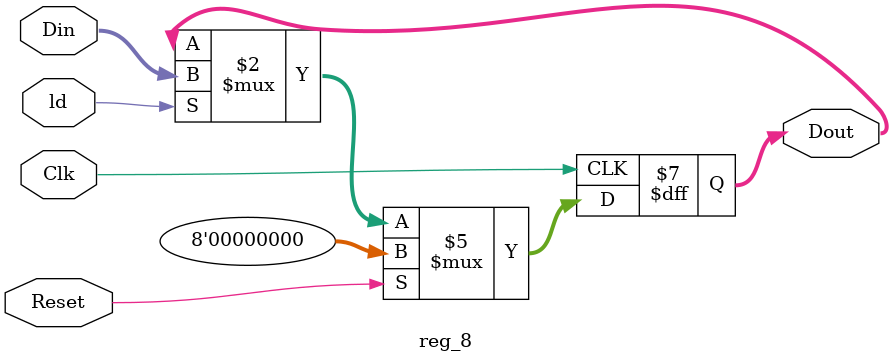
<source format=sv>
module reg_8(input logic Clk, Reset, ld,
				 input logic [7:0] Din,
				 output logic [7:0] Dout);
	
	always_ff @ (posedge Clk)
		begin
			if(Reset)
				Dout <= 8'h0;
			else if(ld)
				Dout <= Din;
		end

endmodule

</source>
